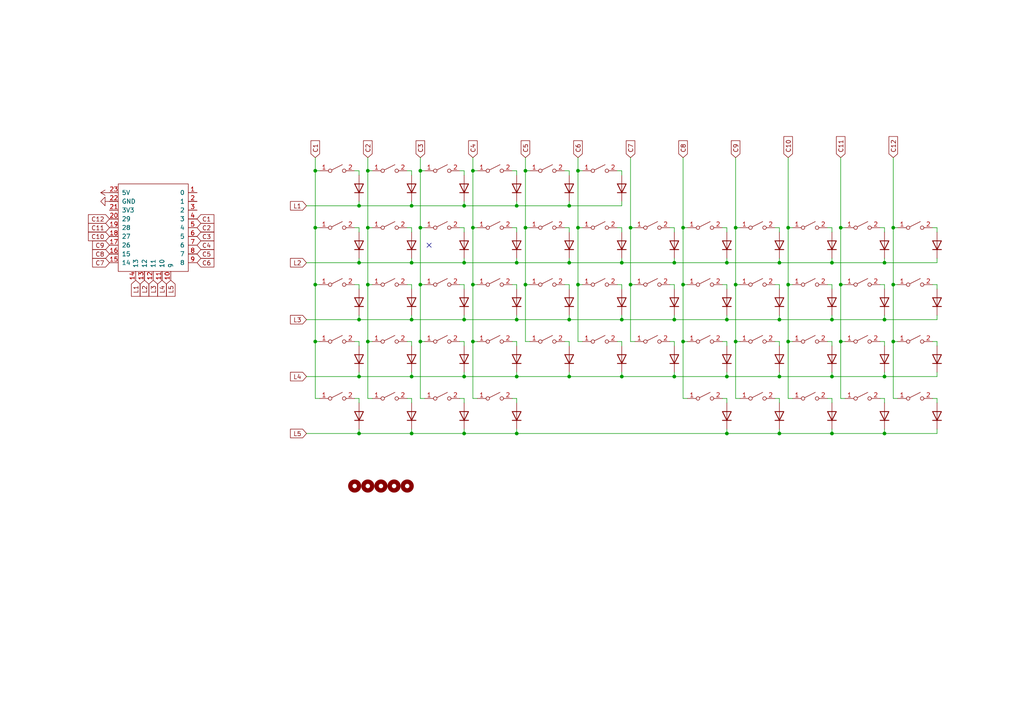
<source format=kicad_sch>
(kicad_sch (version 20211123) (generator eeschema)
  (paper "A4")
  (junction (at 149.86 59.69))
  (junction (at 104.14 59.69))
  (junction (at 119.38 109.22))
  (junction (at 149.86 109.22))
  (junction (at 121.92 82.55))
  (junction (at 121.92 66.04))
  (junction (at 180.34 92.71))
  (junction (at 119.38 125.73))
  (junction (at 134.62 59.69))
  (junction (at 121.92 99.06))
  (junction (at 152.4 82.55))
  (junction (at 182.88 82.55))
  (junction (at 134.62 76.2))
  (junction (at 256.54 92.71))
  (junction (at 241.3 109.22))
  (junction (at 152.4 66.04))
  (junction (at 165.1 76.2))
  (junction (at 119.38 59.69))
  (junction (at 226.06 109.22))
  (junction (at 165.1 59.69))
  (junction (at 119.38 76.2))
  (junction (at 210.82 125.73))
  (junction (at 91.44 99.06))
  (junction (at 167.64 82.55))
  (junction (at 228.6 99.06))
  (junction (at 167.64 49.53))
  (junction (at 198.12 66.04))
  (junction (at 256.54 76.2))
  (junction (at 226.06 92.71))
  (junction (at 213.36 82.55))
  (junction (at 106.68 49.53))
  (junction (at 121.92 49.53))
  (junction (at 243.84 66.04))
  (junction (at 134.62 92.71))
  (junction (at 134.62 109.22))
  (junction (at 241.3 76.2))
  (junction (at 137.16 82.55))
  (junction (at 226.06 125.73))
  (junction (at 243.84 82.55))
  (junction (at 259.08 82.55))
  (junction (at 241.3 92.71))
  (junction (at 241.3 125.73))
  (junction (at 91.44 82.55))
  (junction (at 259.08 66.04))
  (junction (at 228.6 82.55))
  (junction (at 149.86 125.73))
  (junction (at 198.12 99.06))
  (junction (at 195.58 76.2))
  (junction (at 149.86 92.71))
  (junction (at 243.84 99.06))
  (junction (at 104.14 125.73))
  (junction (at 119.38 92.71))
  (junction (at 256.54 109.22))
  (junction (at 165.1 109.22))
  (junction (at 106.68 82.55))
  (junction (at 210.82 76.2))
  (junction (at 213.36 99.06))
  (junction (at 213.36 66.04))
  (junction (at 182.88 66.04))
  (junction (at 195.58 109.22))
  (junction (at 152.4 49.53))
  (junction (at 180.34 76.2))
  (junction (at 228.6 66.04))
  (junction (at 256.54 125.73))
  (junction (at 91.44 49.53))
  (junction (at 106.68 66.04))
  (junction (at 106.68 99.06))
  (junction (at 104.14 76.2))
  (junction (at 104.14 109.22))
  (junction (at 134.62 125.73))
  (junction (at 210.82 92.71))
  (junction (at 137.16 49.53))
  (junction (at 195.58 92.71))
  (junction (at 180.34 109.22))
  (junction (at 259.08 99.06))
  (junction (at 91.44 66.04))
  (junction (at 167.64 66.04))
  (junction (at 104.14 92.71))
  (junction (at 149.86 76.2))
  (junction (at 210.82 109.22))
  (junction (at 137.16 66.04))
  (junction (at 226.06 76.2))
  (junction (at 198.12 82.55))
  (junction (at 137.16 99.06))
  (junction (at 165.1 92.71))
  (no_connect (at 124.46 71.12))
  (wire (pts (xy 240.03 115.57) (xy 241.3 115.57)))
  (wire (pts (xy 241.3 82.55) (xy 241.3 83.82)))
  (wire (pts (xy 213.36 45.72) (xy 213.36 66.04)))
  (wire (pts (xy 180.34 66.04) (xy 180.34 67.31)))
  (wire (pts (xy 91.44 99.06) (xy 91.44 115.57)))
  (wire (pts (xy 182.88 82.55) (xy 184.15 82.55)))
  (wire (pts (xy 104.14 125.73) (xy 119.38 125.73)))
  (wire (pts (xy 180.34 59.69) (xy 180.34 58.42)))
  (wire (pts (xy 118.11 99.06) (xy 119.38 99.06)))
  (wire (pts (xy 102.87 82.55) (xy 104.14 82.55)))
  (wire (pts (xy 224.79 99.06) (xy 226.06 99.06)))
  (wire (pts (xy 243.84 82.55) (xy 245.11 82.55)))
  (wire (pts (xy 167.64 82.55) (xy 167.64 99.06)))
  (wire (pts (xy 228.6 99.06) (xy 229.87 99.06)))
  (wire (pts (xy 119.38 109.22) (xy 134.62 109.22)))
  (wire (pts (xy 259.08 82.55) (xy 260.35 82.55)))
  (wire (pts (xy 259.08 115.57) (xy 260.35 115.57)))
  (wire (pts (xy 119.38 92.71) (xy 134.62 92.71)))
  (wire (pts (xy 226.06 125.73) (xy 241.3 125.73)))
  (wire (pts (xy 119.38 99.06) (xy 119.38 100.33)))
  (wire (pts (xy 226.06 109.22) (xy 226.06 107.95)))
  (wire (pts (xy 180.34 99.06) (xy 180.34 100.33)))
  (wire (pts (xy 243.84 82.55) (xy 243.84 99.06)))
  (wire (pts (xy 241.3 66.04) (xy 241.3 67.31)))
  (wire (pts (xy 167.64 49.53) (xy 168.91 49.53)))
  (wire (pts (xy 121.92 82.55) (xy 121.92 99.06)))
  (wire (pts (xy 271.78 99.06) (xy 271.78 100.33)))
  (wire (pts (xy 210.82 92.71) (xy 226.06 92.71)))
  (wire (pts (xy 134.62 76.2) (xy 134.62 74.93)))
  (wire (pts (xy 210.82 76.2) (xy 226.06 76.2)))
  (wire (pts (xy 255.27 82.55) (xy 256.54 82.55)))
  (wire (pts (xy 165.1 49.53) (xy 165.1 50.8)))
  (wire (pts (xy 228.6 45.72) (xy 228.6 66.04)))
  (wire (pts (xy 209.55 82.55) (xy 210.82 82.55)))
  (wire (pts (xy 91.44 45.72) (xy 91.44 49.53)))
  (wire (pts (xy 148.59 99.06) (xy 149.86 99.06)))
  (wire (pts (xy 152.4 66.04) (xy 153.67 66.04)))
  (wire (pts (xy 226.06 125.73) (xy 226.06 124.46)))
  (wire (pts (xy 134.62 109.22) (xy 134.62 107.95)))
  (wire (pts (xy 167.64 66.04) (xy 167.64 82.55)))
  (wire (pts (xy 119.38 66.04) (xy 119.38 67.31)))
  (wire (pts (xy 106.68 99.06) (xy 107.95 99.06)))
  (wire (pts (xy 195.58 109.22) (xy 210.82 109.22)))
  (wire (pts (xy 243.84 115.57) (xy 245.11 115.57)))
  (wire (pts (xy 149.86 82.55) (xy 149.86 83.82)))
  (wire (pts (xy 165.1 59.69) (xy 180.34 59.69)))
  (wire (pts (xy 195.58 92.71) (xy 195.58 91.44)))
  (wire (pts (xy 210.82 125.73) (xy 210.82 124.46)))
  (wire (pts (xy 241.3 125.73) (xy 256.54 125.73)))
  (wire (pts (xy 133.35 49.53) (xy 134.62 49.53)))
  (wire (pts (xy 149.86 99.06) (xy 149.86 100.33)))
  (wire (pts (xy 210.82 92.71) (xy 210.82 91.44)))
  (wire (pts (xy 118.11 115.57) (xy 119.38 115.57)))
  (wire (pts (xy 213.36 82.55) (xy 214.63 82.55)))
  (wire (pts (xy 228.6 82.55) (xy 229.87 82.55)))
  (wire (pts (xy 195.58 82.55) (xy 195.58 83.82)))
  (wire (pts (xy 104.14 82.55) (xy 104.14 83.82)))
  (wire (pts (xy 119.38 59.69) (xy 134.62 59.69)))
  (wire (pts (xy 165.1 99.06) (xy 165.1 100.33)))
  (wire (pts (xy 137.16 99.06) (xy 138.43 99.06)))
  (wire (pts (xy 134.62 125.73) (xy 149.86 125.73)))
  (wire (pts (xy 210.82 99.06) (xy 210.82 100.33)))
  (wire (pts (xy 228.6 99.06) (xy 228.6 115.57)))
  (wire (pts (xy 165.1 92.71) (xy 180.34 92.71)))
  (wire (pts (xy 104.14 59.69) (xy 104.14 58.42)))
  (wire (pts (xy 179.07 82.55) (xy 180.34 82.55)))
  (wire (pts (xy 163.83 82.55) (xy 165.1 82.55)))
  (wire (pts (xy 209.55 115.57) (xy 210.82 115.57)))
  (wire (pts (xy 119.38 76.2) (xy 134.62 76.2)))
  (wire (pts (xy 179.07 49.53) (xy 180.34 49.53)))
  (wire (pts (xy 180.34 82.55) (xy 180.34 83.82)))
  (wire (pts (xy 270.51 99.06) (xy 271.78 99.06)))
  (wire (pts (xy 149.86 125.73) (xy 210.82 125.73)))
  (wire (pts (xy 104.14 115.57) (xy 104.14 116.84)))
  (wire (pts (xy 241.3 99.06) (xy 241.3 100.33)))
  (wire (pts (xy 241.3 109.22) (xy 241.3 107.95)))
  (wire (pts (xy 149.86 109.22) (xy 149.86 107.95)))
  (wire (pts (xy 195.58 76.2) (xy 210.82 76.2)))
  (wire (pts (xy 91.44 66.04) (xy 91.44 82.55)))
  (wire (pts (xy 259.08 45.72) (xy 259.08 66.04)))
  (wire (pts (xy 91.44 82.55) (xy 92.71 82.55)))
  (wire (pts (xy 106.68 82.55) (xy 107.95 82.55)))
  (wire (pts (xy 119.38 109.22) (xy 119.38 107.95)))
  (wire (pts (xy 163.83 99.06) (xy 165.1 99.06)))
  (wire (pts (xy 226.06 66.04) (xy 226.06 67.31)))
  (wire (pts (xy 88.9 92.71) (xy 104.14 92.71)))
  (wire (pts (xy 165.1 76.2) (xy 180.34 76.2)))
  (wire (pts (xy 210.82 66.04) (xy 210.82 67.31)))
  (wire (pts (xy 226.06 99.06) (xy 226.06 100.33)))
  (wire (pts (xy 271.78 76.2) (xy 271.78 74.93)))
  (wire (pts (xy 106.68 49.53) (xy 107.95 49.53)))
  (wire (pts (xy 121.92 66.04) (xy 123.19 66.04)))
  (wire (pts (xy 198.12 82.55) (xy 199.39 82.55)))
  (wire (pts (xy 256.54 66.04) (xy 256.54 67.31)))
  (wire (pts (xy 256.54 76.2) (xy 271.78 76.2)))
  (wire (pts (xy 137.16 66.04) (xy 138.43 66.04)))
  (wire (pts (xy 148.59 49.53) (xy 149.86 49.53)))
  (wire (pts (xy 243.84 66.04) (xy 243.84 82.55)))
  (wire (pts (xy 137.16 82.55) (xy 137.16 99.06)))
  (wire (pts (xy 121.92 49.53) (xy 123.19 49.53)))
  (wire (pts (xy 256.54 115.57) (xy 256.54 116.84)))
  (wire (pts (xy 180.34 76.2) (xy 180.34 74.93)))
  (wire (pts (xy 104.14 109.22) (xy 119.38 109.22)))
  (wire (pts (xy 104.14 76.2) (xy 104.14 74.93)))
  (wire (pts (xy 270.51 115.57) (xy 271.78 115.57)))
  (wire (pts (xy 134.62 49.53) (xy 134.62 50.8)))
  (wire (pts (xy 213.36 115.57) (xy 214.63 115.57)))
  (wire (pts (xy 104.14 99.06) (xy 104.14 100.33)))
  (wire (pts (xy 152.4 45.72) (xy 152.4 49.53)))
  (wire (pts (xy 271.78 109.22) (xy 271.78 107.95)))
  (wire (pts (xy 182.88 66.04) (xy 182.88 82.55)))
  (wire (pts (xy 210.82 109.22) (xy 210.82 107.95)))
  (wire (pts (xy 224.79 82.55) (xy 226.06 82.55)))
  (wire (pts (xy 134.62 109.22) (xy 149.86 109.22)))
  (wire (pts (xy 167.64 99.06) (xy 168.91 99.06)))
  (wire (pts (xy 228.6 66.04) (xy 229.87 66.04)))
  (wire (pts (xy 224.79 66.04) (xy 226.06 66.04)))
  (wire (pts (xy 104.14 76.2) (xy 119.38 76.2)))
  (wire (pts (xy 133.35 99.06) (xy 134.62 99.06)))
  (wire (pts (xy 243.84 99.06) (xy 243.84 115.57)))
  (wire (pts (xy 165.1 109.22) (xy 165.1 107.95)))
  (wire (pts (xy 226.06 115.57) (xy 226.06 116.84)))
  (wire (pts (xy 152.4 66.04) (xy 152.4 82.55)))
  (wire (pts (xy 210.82 76.2) (xy 210.82 74.93)))
  (wire (pts (xy 195.58 99.06) (xy 195.58 100.33)))
  (wire (pts (xy 104.14 66.04) (xy 104.14 67.31)))
  (wire (pts (xy 149.86 49.53) (xy 149.86 50.8)))
  (wire (pts (xy 255.27 66.04) (xy 256.54 66.04)))
  (wire (pts (xy 256.54 109.22) (xy 271.78 109.22)))
  (wire (pts (xy 106.68 66.04) (xy 106.68 82.55)))
  (wire (pts (xy 134.62 99.06) (xy 134.62 100.33)))
  (wire (pts (xy 198.12 66.04) (xy 199.39 66.04)))
  (wire (pts (xy 134.62 92.71) (xy 149.86 92.71)))
  (wire (pts (xy 241.3 92.71) (xy 241.3 91.44)))
  (wire (pts (xy 198.12 45.72) (xy 198.12 66.04)))
  (wire (pts (xy 118.11 82.55) (xy 119.38 82.55)))
  (wire (pts (xy 210.82 115.57) (xy 210.82 116.84)))
  (wire (pts (xy 180.34 92.71) (xy 180.34 91.44)))
  (wire (pts (xy 152.4 99.06) (xy 153.67 99.06)))
  (wire (pts (xy 163.83 49.53) (xy 165.1 49.53)))
  (wire (pts (xy 165.1 92.71) (xy 165.1 91.44)))
  (wire (pts (xy 102.87 115.57) (xy 104.14 115.57)))
  (wire (pts (xy 149.86 125.73) (xy 149.86 124.46)))
  (wire (pts (xy 88.9 125.73) (xy 104.14 125.73)))
  (wire (pts (xy 149.86 76.2) (xy 165.1 76.2)))
  (wire (pts (xy 226.06 82.55) (xy 226.06 83.82)))
  (wire (pts (xy 119.38 82.55) (xy 119.38 83.82)))
  (wire (pts (xy 240.03 66.04) (xy 241.3 66.04)))
  (wire (pts (xy 213.36 99.06) (xy 214.63 99.06)))
  (wire (pts (xy 119.38 49.53) (xy 119.38 50.8)))
  (wire (pts (xy 167.64 82.55) (xy 168.91 82.55)))
  (wire (pts (xy 91.44 49.53) (xy 91.44 66.04)))
  (wire (pts (xy 106.68 66.04) (xy 107.95 66.04)))
  (wire (pts (xy 241.3 76.2) (xy 256.54 76.2)))
  (wire (pts (xy 119.38 92.71) (xy 119.38 91.44)))
  (wire (pts (xy 148.59 82.55) (xy 149.86 82.55)))
  (wire (pts (xy 148.59 115.57) (xy 149.86 115.57)))
  (wire (pts (xy 88.9 76.2) (xy 104.14 76.2)))
  (wire (pts (xy 179.07 99.06) (xy 180.34 99.06)))
  (wire (pts (xy 121.92 99.06) (xy 123.19 99.06)))
  (wire (pts (xy 259.08 99.06) (xy 259.08 115.57)))
  (wire (pts (xy 256.54 92.71) (xy 256.54 91.44)))
  (wire (pts (xy 259.08 66.04) (xy 259.08 82.55)))
  (wire (pts (xy 195.58 92.71) (xy 210.82 92.71)))
  (wire (pts (xy 259.08 99.06) (xy 260.35 99.06)))
  (wire (pts (xy 121.92 49.53) (xy 121.92 66.04)))
  (wire (pts (xy 243.84 45.72) (xy 243.84 66.04)))
  (wire (pts (xy 224.79 115.57) (xy 226.06 115.57)))
  (wire (pts (xy 210.82 82.55) (xy 210.82 83.82)))
  (wire (pts (xy 106.68 99.06) (xy 106.68 115.57)))
  (wire (pts (xy 152.4 49.53) (xy 153.67 49.53)))
  (wire (pts (xy 148.59 66.04) (xy 149.86 66.04)))
  (wire (pts (xy 179.07 66.04) (xy 180.34 66.04)))
  (wire (pts (xy 91.44 49.53) (xy 92.71 49.53)))
  (wire (pts (xy 133.35 66.04) (xy 134.62 66.04)))
  (wire (pts (xy 256.54 99.06) (xy 256.54 100.33)))
  (wire (pts (xy 198.12 66.04) (xy 198.12 82.55)))
  (wire (pts (xy 226.06 92.71) (xy 226.06 91.44)))
  (wire (pts (xy 228.6 66.04) (xy 228.6 82.55)))
  (wire (pts (xy 241.3 115.57) (xy 241.3 116.84)))
  (wire (pts (xy 256.54 76.2) (xy 256.54 74.93)))
  (wire (pts (xy 180.34 76.2) (xy 195.58 76.2)))
  (wire (pts (xy 243.84 99.06) (xy 245.11 99.06)))
  (wire (pts (xy 104.14 59.69) (xy 119.38 59.69)))
  (wire (pts (xy 182.88 82.55) (xy 182.88 99.06)))
  (wire (pts (xy 106.68 45.72) (xy 106.68 49.53)))
  (wire (pts (xy 255.27 115.57) (xy 256.54 115.57)))
  (wire (pts (xy 198.12 82.55) (xy 198.12 99.06)))
  (wire (pts (xy 213.36 99.06) (xy 213.36 115.57)))
  (wire (pts (xy 194.31 66.04) (xy 195.58 66.04)))
  (wire (pts (xy 137.16 49.53) (xy 137.16 66.04)))
  (wire (pts (xy 228.6 115.57) (xy 229.87 115.57)))
  (wire (pts (xy 134.62 76.2) (xy 149.86 76.2)))
  (wire (pts (xy 152.4 49.53) (xy 152.4 66.04)))
  (wire (pts (xy 134.62 92.71) (xy 134.62 91.44)))
  (wire (pts (xy 133.35 82.55) (xy 134.62 82.55)))
  (wire (pts (xy 149.86 92.71) (xy 149.86 91.44)))
  (wire (pts (xy 102.87 66.04) (xy 104.14 66.04)))
  (wire (pts (xy 102.87 49.53) (xy 104.14 49.53)))
  (wire (pts (xy 163.83 66.04) (xy 165.1 66.04)))
  (wire (pts (xy 271.78 125.73) (xy 271.78 124.46)))
  (wire (pts (xy 137.16 66.04) (xy 137.16 82.55)))
  (wire (pts (xy 152.4 82.55) (xy 152.4 99.06)))
  (wire (pts (xy 180.34 92.71) (xy 195.58 92.71)))
  (wire (pts (xy 88.9 109.22) (xy 104.14 109.22)))
  (wire (pts (xy 134.62 59.69) (xy 149.86 59.69)))
  (wire (pts (xy 106.68 49.53) (xy 106.68 66.04)))
  (wire (pts (xy 226.06 92.71) (xy 241.3 92.71)))
  (wire (pts (xy 182.88 45.72) (xy 182.88 66.04)))
  (wire (pts (xy 121.92 45.72) (xy 121.92 49.53)))
  (wire (pts (xy 119.38 76.2) (xy 119.38 74.93)))
  (wire (pts (xy 210.82 109.22) (xy 226.06 109.22)))
  (wire (pts (xy 119.38 59.69) (xy 119.38 58.42)))
  (wire (pts (xy 121.92 115.57) (xy 123.19 115.57)))
  (wire (pts (xy 91.44 115.57) (xy 92.71 115.57)))
  (wire (pts (xy 137.16 49.53) (xy 138.43 49.53)))
  (wire (pts (xy 149.86 59.69) (xy 149.86 58.42)))
  (wire (pts (xy 226.06 76.2) (xy 226.06 74.93)))
  (wire (pts (xy 241.3 76.2) (xy 241.3 74.93)))
  (wire (pts (xy 194.31 99.06) (xy 195.58 99.06)))
  (wire (pts (xy 213.36 82.55) (xy 213.36 99.06)))
  (wire (pts (xy 137.16 45.72) (xy 137.16 49.53)))
  (wire (pts (xy 134.62 66.04) (xy 134.62 67.31)))
  (wire (pts (xy 198.12 99.06) (xy 198.12 115.57)))
  (wire (pts (xy 241.3 109.22) (xy 256.54 109.22)))
  (wire (pts (xy 165.1 59.69) (xy 165.1 58.42)))
  (wire (pts (xy 121.92 66.04) (xy 121.92 82.55)))
  (wire (pts (xy 134.62 115.57) (xy 134.62 116.84)))
  (wire (pts (xy 226.06 76.2) (xy 241.3 76.2)))
  (wire (pts (xy 240.03 99.06) (xy 241.3 99.06)))
  (wire (pts (xy 271.78 115.57) (xy 271.78 116.84)))
  (wire (pts (xy 256.54 125.73) (xy 256.54 124.46)))
  (wire (pts (xy 91.44 82.55) (xy 91.44 99.06)))
  (wire (pts (xy 133.35 115.57) (xy 134.62 115.57)))
  (wire (pts (xy 88.9 59.69) (xy 104.14 59.69)))
  (wire (pts (xy 213.36 66.04) (xy 213.36 82.55)))
  (wire (pts (xy 91.44 66.04) (xy 92.71 66.04)))
  (wire (pts (xy 104.14 49.53) (xy 104.14 50.8)))
  (wire (pts (xy 256.54 109.22) (xy 256.54 107.95)))
  (wire (pts (xy 195.58 76.2) (xy 195.58 74.93)))
  (wire (pts (xy 152.4 82.55) (xy 153.67 82.55)))
  (wire (pts (xy 180.34 109.22) (xy 195.58 109.22)))
  (wire (pts (xy 134.62 59.69) (xy 134.62 58.42)))
  (wire (pts (xy 104.14 125.73) (xy 104.14 124.46)))
  (wire (pts (xy 271.78 66.04) (xy 271.78 67.31)))
  (wire (pts (xy 121.92 82.55) (xy 123.19 82.55)))
  (wire (pts (xy 104.14 92.71) (xy 104.14 91.44)))
  (wire (pts (xy 165.1 82.55) (xy 165.1 83.82)))
  (wire (pts (xy 210.82 125.73) (xy 226.06 125.73)))
  (wire (pts (xy 104.14 92.71) (xy 119.38 92.71)))
  (wire (pts (xy 149.86 76.2) (xy 149.86 74.93)))
  (wire (pts (xy 104.14 109.22) (xy 104.14 107.95)))
  (wire (pts (xy 134.62 125.73) (xy 134.62 124.46)))
  (wire (pts (xy 180.34 49.53) (xy 180.34 50.8)))
  (wire (pts (xy 256.54 82.55) (xy 256.54 83.82)))
  (wire (pts (xy 271.78 82.55) (xy 271.78 83.82)))
  (wire (pts (xy 226.06 109.22) (xy 241.3 109.22)))
  (wire (pts (xy 149.86 59.69) (xy 165.1 59.69)))
  (wire (pts (xy 270.51 82.55) (xy 271.78 82.55)))
  (wire (pts (xy 165.1 109.22) (xy 180.34 109.22)))
  (wire (pts (xy 243.84 66.04) (xy 245.11 66.04)))
  (wire (pts (xy 91.44 99.06) (xy 92.71 99.06)))
  (wire (pts (xy 182.88 66.04) (xy 184.15 66.04)))
  (wire (pts (xy 180.34 109.22) (xy 180.34 107.95)))
  (wire (pts (xy 182.88 99.06) (xy 184.15 99.06)))
  (wire (pts (xy 271.78 92.71) (xy 271.78 91.44)))
  (wire (pts (xy 241.3 125.73) (xy 241.3 124.46)))
  (wire (pts (xy 121.92 99.06) (xy 121.92 115.57)))
  (wire (pts (xy 195.58 66.04) (xy 195.58 67.31)))
  (wire (pts (xy 228.6 82.55) (xy 228.6 99.06)))
  (wire (pts (xy 106.68 82.55) (xy 106.68 99.06)))
  (wire (pts (xy 165.1 76.2) (xy 165.1 74.93)))
  (wire (pts (xy 118.11 66.04) (xy 119.38 66.04)))
  (wire (pts (xy 149.86 92.71) (xy 165.1 92.71)))
  (wire (pts (xy 137.16 115.57) (xy 138.43 115.57)))
  (wire (pts (xy 198.12 115.57) (xy 199.39 115.57)))
  (wire (pts (xy 118.11 49.53) (xy 119.38 49.53)))
  (wire (pts (xy 270.51 66.04) (xy 271.78 66.04)))
  (wire (pts (xy 137.16 99.06) (xy 137.16 115.57)))
  (wire (pts (xy 106.68 115.57) (xy 107.95 115.57)))
  (wire (pts (xy 194.31 82.55) (xy 195.58 82.55)))
  (wire (pts (xy 149.86 66.04) (xy 149.86 67.31)))
  (wire (pts (xy 149.86 109.22) (xy 165.1 109.22)))
  (wire (pts (xy 256.54 125.73) (xy 271.78 125.73)))
  (wire (pts (xy 195.58 109.22) (xy 195.58 107.95)))
  (wire (pts (xy 256.54 92.71) (xy 271.78 92.71)))
  (wire (pts (xy 165.1 66.04) (xy 165.1 67.31)))
  (wire (pts (xy 149.86 115.57) (xy 149.86 116.84)))
  (wire (pts (xy 259.08 66.04) (xy 260.35 66.04)))
  (wire (pts (xy 119.38 125.73) (xy 134.62 125.73)))
  (wire (pts (xy 213.36 66.04) (xy 214.63 66.04)))
  (wire (pts (xy 102.87 99.06) (xy 104.14 99.06)))
  (wire (pts (xy 198.12 99.06) (xy 199.39 99.06)))
  (wire (pts (xy 119.38 125.73) (xy 119.38 124.46)))
  (wire (pts (xy 209.55 66.04) (xy 210.82 66.04)))
  (wire (pts (xy 255.27 99.06) (xy 256.54 99.06)))
  (wire (pts (xy 259.08 82.55) (xy 259.08 99.06)))
  (wire (pts (xy 209.55 99.06) (xy 210.82 99.06)))
  (wire (pts (xy 167.64 45.72) (xy 167.64 49.53)))
  (wire (pts (xy 167.64 66.04) (xy 168.91 66.04)))
  (wire (pts (xy 167.64 49.53) (xy 167.64 66.04)))
  (wire (pts (xy 241.3 92.71) (xy 256.54 92.71)))
  (wire (pts (xy 137.16 82.55) (xy 138.43 82.55)))
  (wire (pts (xy 134.62 82.55) (xy 134.62 83.82)))
  (wire (pts (xy 240.03 82.55) (xy 241.3 82.55)))
  (wire (pts (xy 119.38 115.57) (xy 119.38 116.84)))
  (global_label "C2" (shape input) (at 57.15 66.04 0) (property "Références Inter-Feuilles" "${INTERSHEET_REFS}" (effects hide)))
  (global_label "C5" (shape input) (at 152.4 45.72 90) (property "Références Inter-Feuilles" "${INTERSHEET_REFS}" (effects hide)))
  (global_label "L3" (shape input) (at 88.9 92.71 180) (property "Références Inter-Feuilles" "${INTERSHEET_REFS}" (effects hide)))
  (global_label "C6" (shape input) (at 57.15 76.2 0) (property "Références Inter-Feuilles" "${INTERSHEET_REFS}" (effects hide)))
  (global_label "L4" (shape input) (at 46.99 81.28 270) (property "Références Inter-Feuilles" "${INTERSHEET_REFS}" (effects hide)))
  (global_label "C8" (shape input) (at 31.75 73.66 180) (property "Références Inter-Feuilles" "${INTERSHEET_REFS}" (effects hide)))
  (global_label "C10" (shape input) (at 228.6 45.72 90) (property "Références Inter-Feuilles" "${INTERSHEET_REFS}" (effects hide)))
  (global_label "C9" (shape input) (at 213.36 45.72 90) (property "Références Inter-Feuilles" "${INTERSHEET_REFS}" (effects hide)))
  (global_label "L5" (shape input) (at 88.9 125.73 180) (property "Références Inter-Feuilles" "${INTERSHEET_REFS}" (effects hide)))
  (global_label "C11" (shape input) (at 243.84 45.72 90) (property "Références Inter-Feuilles" "${INTERSHEET_REFS}" (effects hide)))
  (global_label "L1" (shape input) (at 88.9 59.69 180) (property "Références Inter-Feuilles" "${INTERSHEET_REFS}" (effects hide)))
  (global_label "L3" (shape input) (at 44.45 81.28 270) (property "Références Inter-Feuilles" "${INTERSHEET_REFS}" (effects hide)))
  (global_label "C9" (shape input) (at 31.75 71.12 180) (property "Références Inter-Feuilles" "${INTERSHEET_REFS}" (effects hide)))
  (global_label "C5" (shape input) (at 57.15 73.66 0) (property "Références Inter-Feuilles" "${INTERSHEET_REFS}" (effects hide)))
  (global_label "L1" (shape input) (at 39.37 81.28 270) (property "Références Inter-Feuilles" "${INTERSHEET_REFS}" (effects hide)))
  (global_label "C7" (shape input) (at 31.75 76.2 180) (property "Références Inter-Feuilles" "${INTERSHEET_REFS}" (effects hide)))
  (global_label "C1" (shape input) (at 91.44 45.72 90) (property "Références Inter-Feuilles" "${INTERSHEET_REFS}" (effects hide)))
  (global_label "C4" (shape input) (at 137.16 45.72 90) (property "Références Inter-Feuilles" "${INTERSHEET_REFS}" (effects hide)))
  (global_label "C2" (shape input) (at 106.68 45.72 90) (property "Références Inter-Feuilles" "${INTERSHEET_REFS}" (effects hide)))
  (global_label "C3" (shape input) (at 121.92 45.72 90) (property "Références Inter-Feuilles" "${INTERSHEET_REFS}" (effects hide)))
  (global_label "C12" (shape input) (at 259.08 45.72 90) (property "Références Inter-Feuilles" "${INTERSHEET_REFS}" (effects hide)))
  (global_label "C1" (shape input) (at 57.15 63.5 0) (property "Références Inter-Feuilles" "${INTERSHEET_REFS}" (effects hide)))
  (global_label "C3" (shape input) (at 57.15 68.58 0) (property "Références Inter-Feuilles" "${INTERSHEET_REFS}" (effects hide)))
  (global_label "C4" (shape input) (at 57.15 71.12 0) (property "Références Inter-Feuilles" "${INTERSHEET_REFS}" (effects hide)))
  (global_label "C6" (shape input) (at 167.64 45.72 90) (property "Références Inter-Feuilles" "${INTERSHEET_REFS}" (effects hide)))
  (global_label "C8" (shape input) (at 198.12 45.72 90) (property "Références Inter-Feuilles" "${INTERSHEET_REFS}" (effects hide)))
  (global_label "C12" (shape input) (at 31.75 63.5 180) (property "Références Inter-Feuilles" "${INTERSHEET_REFS}" (effects hide)))
  (global_label "C10" (shape input) (at 31.75 68.58 180) (property "Références Inter-Feuilles" "${INTERSHEET_REFS}" (effects hide)))
  (global_label "C11" (shape input) (at 31.75 66.04 180) (property "Références Inter-Feuilles" "${INTERSHEET_REFS}" (effects hide)))
  (global_label "L2" (shape input) (at 41.91 81.28 270) (property "Références Inter-Feuilles" "${INTERSHEET_REFS}" (effects hide)))
  (global_label "L5" (shape input) (at 49.53 81.28 270) (property "Références Inter-Feuilles" "${INTERSHEET_REFS}" (effects hide)))
  (global_label "L2" (shape input) (at 88.9 76.2 180) (property "Références Inter-Feuilles" "${INTERSHEET_REFS}" (effects hide)))
  (global_label "L4" (shape input) (at 88.9 109.22 180) (property "Références Inter-Feuilles" "${INTERSHEET_REFS}" (effects hide)))
  (global_label "C7" (shape input) (at 182.88 45.72 90) (property "Références Inter-Feuilles" "${INTERSHEET_REFS}" (effects hide)))
  (symbol (lib_id "Mechanical:MountingHole") (at 110.49 140.97 0) (unit 1)
    (property "Reference" "H3" (effects hide))
    (property "Value" "MountingHole" (effects hide))
    (property "Footprint" "MountingHole:MountingHole_2.2mm_M2" (effects hide))
  )
  (symbol (lib_id "Diode:1N4148") (at 134.62 54.61 90) (unit 1)
    (property "Reference" "D3" (effects hide))
    (property "Value" "1N4148" (effects hide))
    (property "Footprint" "Diode_THT:D_DO-35_SOD27_P7.62mm_Horizontal" (effects hide))
    (property "Datasheet" "https://assets.nexperia.com/documents/data-sheet/1N4148_1N4448.pdf" (effects hide))
  )
  (symbol (lib_id "Diode:1N4148") (at 226.06 104.14 90) (unit 1)
    (property "Reference" "D39" (effects hide))
    (property "Value" "1N4148" (effects hide))
    (property "Footprint" "Diode_THT:D_DO-35_SOD27_P7.62mm_Horizontal" (effects hide))
    (property "Datasheet" "https://assets.nexperia.com/documents/data-sheet/1N4148_1N4448.pdf" (effects hide))
  )
  (symbol (lib_id "Switch:SW_SPST") (at 204.47 66.04 0) (unit 1)
    (property "Reference" "SW14" (effects hide))
    (property "Value" "SW_SPST" (effects hide))
    (property "Footprint" "Button_Switch_Keyboard:SW_Cherry_MX_1.00u_PCB" (effects hide))
  )
  (symbol (lib_id "Diode:1N4148") (at 180.34 87.63 90) (unit 1)
    (property "Reference" "D24" (effects hide))
    (property "Value" "1N4148" (effects hide))
    (property "Footprint" "Diode_THT:D_DO-35_SOD27_P7.62mm_Horizontal" (effects hide))
    (property "Datasheet" "https://assets.nexperia.com/documents/data-sheet/1N4148_1N4448.pdf" (effects hide))
  )
  (symbol (lib_id "Diode:1N4148") (at 134.62 87.63 90) (unit 1)
    (property "Reference" "D21" (effects hide))
    (property "Value" "1N4148" (effects hide))
    (property "Footprint" "Diode_THT:D_DO-35_SOD27_P7.62mm_Horizontal" (effects hide))
    (property "Datasheet" "https://assets.nexperia.com/documents/data-sheet/1N4148_1N4448.pdf" (effects hide))
  )
  (symbol (lib_id "Switch:SW_SPST") (at 265.43 82.55 0) (unit 1)
    (property "Reference" "SW30" (effects hide))
    (property "Value" "SW_SPST" (effects hide))
    (property "Footprint" "Button_Switch_Keyboard:SW_Cherry_MX_1.50u_PCB" (effects hide))
  )
  (symbol (lib_id "Diode:1N4148") (at 226.06 120.65 90) (unit 1)
    (property "Reference" "D48" (effects hide))
    (property "Value" "1N4148" (effects hide))
    (property "Footprint" "Diode_THT:D_DO-35_SOD27_P7.62mm_Horizontal" (effects hide))
    (property "Datasheet" "https://assets.nexperia.com/documents/data-sheet/1N4148_1N4448.pdf" (effects hide))
  )
  (symbol (lib_id "Switch:SW_SPST") (at 234.95 115.57 0) (unit 1)
    (property "Reference" "SW49" (effects hide))
    (property "Value" "SW_SPST" (effects hide))
    (property "Footprint" "Button_Switch_Keyboard:SW_Cherry_MX_1.00u_PCB" (effects hide))
  )
  (symbol (lib_id "Switch:SW_SPST") (at 173.99 99.06 0) (unit 1)
    (property "Reference" "SW36" (effects hide))
    (property "Value" "SW_SPST" (effects hide))
    (property "Footprint" "Button_Switch_Keyboard:SW_Cherry_MX_1.00u_PCB" (effects hide))
  )
  (symbol (lib_id "Diode:1N4148") (at 134.62 71.12 90) (unit 1)
    (property "Reference" "D9" (effects hide))
    (property "Value" "1N4148" (effects hide))
    (property "Footprint" "Diode_THT:D_DO-35_SOD27_P7.62mm_Horizontal" (effects hide))
    (property "Datasheet" "https://assets.nexperia.com/documents/data-sheet/1N4148_1N4448.pdf" (effects hide))
  )
  (symbol (lib_id "Switch:SW_SPST") (at 128.27 49.53 0) (unit 1)
    (property "Reference" "SW3" (effects hide))
    (property "Value" "SW_SPST" (effects hide))
    (property "Footprint" "Button_Switch_Keyboard:SW_Cherry_MX_1.00u_PCB" (effects hide))
  )
  (symbol (lib_id "Diode:1N4148") (at 149.86 87.63 90) (unit 1)
    (property "Reference" "D22" (effects hide))
    (property "Value" "1N4148" (effects hide))
    (property "Footprint" "Diode_THT:D_DO-35_SOD27_P7.62mm_Horizontal" (effects hide))
    (property "Datasheet" "https://assets.nexperia.com/documents/data-sheet/1N4148_1N4448.pdf" (effects hide))
  )
  (symbol (lib_id "Diode:1N4148") (at 195.58 87.63 90) (unit 1)
    (property "Reference" "D25" (effects hide))
    (property "Value" "1N4148" (effects hide))
    (property "Footprint" "Diode_THT:D_DO-35_SOD27_P7.62mm_Horizontal" (effects hide))
    (property "Datasheet" "https://assets.nexperia.com/documents/data-sheet/1N4148_1N4448.pdf" (effects hide))
  )
  (symbol (lib_id "Mechanical:MountingHole") (at 118.11 140.97 0) (unit 1)
    (property "Reference" "H5" (effects hide))
    (property "Value" "MountingHole" (effects hide))
    (property "Footprint" "MountingHole:MountingHole_2.2mm_M2" (effects hide))
  )
  (symbol (lib_id "Diode:1N4148") (at 256.54 120.65 90) (unit 1)
    (property "Reference" "D50" (effects hide))
    (property "Value" "1N4148" (effects hide))
    (property "Footprint" "Diode_THT:D_DO-35_SOD27_P7.62mm_Horizontal" (effects hide))
    (property "Datasheet" "https://assets.nexperia.com/documents/data-sheet/1N4148_1N4448.pdf" (effects hide))
  )
  (symbol (lib_id "Diode:1N4148") (at 165.1 87.63 90) (unit 1)
    (property "Reference" "D23" (effects hide))
    (property "Value" "1N4148" (effects hide))
    (property "Footprint" "Diode_THT:D_DO-35_SOD27_P7.62mm_Horizontal" (effects hide))
    (property "Datasheet" "https://assets.nexperia.com/documents/data-sheet/1N4148_1N4448.pdf" (effects hide))
  )
  (symbol (lib_id "power:GND") (at 31.75 58.42 270) (unit 1)
    (property "Reference" "#PWR02" (effects hide))
    (property "Value" "GND" (effects hide))
  )
  (symbol (lib_id "Diode:1N4148") (at 149.86 104.14 90) (unit 1)
    (property "Reference" "D34" (effects hide))
    (property "Value" "1N4148" (effects hide))
    (property "Footprint" "Diode_THT:D_DO-35_SOD27_P7.62mm_Horizontal" (effects hide))
    (property "Datasheet" "https://assets.nexperia.com/documents/data-sheet/1N4148_1N4448.pdf" (effects hide))
  )
  (symbol (lib_id "Diode:1N4148") (at 165.1 71.12 90) (unit 1)
    (property "Reference" "D11" (effects hide))
    (property "Value" "1N4148" (effects hide))
    (property "Footprint" "Diode_THT:D_DO-35_SOD27_P7.62mm_Horizontal" (effects hide))
    (property "Datasheet" "https://assets.nexperia.com/documents/data-sheet/1N4148_1N4448.pdf" (effects hide))
  )
  (symbol (lib_id "Switch:SW_SPST") (at 204.47 82.55 0) (unit 1)
    (property "Reference" "SW26" (effects hide))
    (property "Value" "SW_SPST" (effects hide))
    (property "Footprint" "Button_Switch_Keyboard:SW_Cherry_MX_1.00u_PCB" (effects hide))
  )
  (symbol (lib_id "Switch:SW_SPST") (at 128.27 82.55 0) (unit 1)
    (property "Reference" "SW21" (effects hide))
    (property "Value" "SW_SPST" (effects hide))
    (property "Footprint" "Button_Switch_Keyboard:SW_Cherry_MX_1.00u_PCB" (effects hide))
  )
  (symbol (lib_id "Switch:SW_SPST") (at 113.03 66.04 0) (unit 1)
    (property "Reference" "SW8" (effects hide))
    (property "Value" "SW_SPST" (effects hide))
    (property "Footprint" "Button_Switch_Keyboard:SW_Cherry_MX_1.00u_PCB" (effects hide))
  )
  (symbol (lib_id "Diode:1N4148") (at 271.78 104.14 90) (unit 1)
    (property "Reference" "D42" (effects hide))
    (property "Value" "1N4148" (effects hide))
    (property "Footprint" "Diode_THT:D_DO-35_SOD27_P7.62mm_Horizontal" (effects hide))
    (property "Datasheet" "https://assets.nexperia.com/documents/data-sheet/1N4148_1N4448.pdf" (effects hide))
  )
  (symbol (lib_id "Switch:SW_SPST") (at 143.51 99.06 0) (unit 1)
    (property "Reference" "SW34" (effects hide))
    (property "Value" "SW_SPST" (effects hide))
    (property "Footprint" "Button_Switch_Keyboard:SW_Cherry_MX_1.00u_PCB" (effects hide))
  )
  (symbol (lib_id "Diode:1N4148") (at 271.78 87.63 90) (unit 1)
    (property "Reference" "D30" (effects hide))
    (property "Value" "1N4148" (effects hide))
    (property "Footprint" "Diode_THT:D_DO-35_SOD27_P7.62mm_Horizontal" (effects hide))
    (property "Datasheet" "https://assets.nexperia.com/documents/data-sheet/1N4148_1N4448.pdf" (effects hide))
  )
  (symbol (lib_id "Diode:1N4148") (at 149.86 120.65 90) (unit 1)
    (property "Reference" "D46" (effects hide))
    (property "Value" "1N4148" (effects hide))
    (property "Footprint" "Diode_THT:D_DO-35_SOD27_P7.62mm_Horizontal" (effects hide))
    (property "Datasheet" "https://assets.nexperia.com/documents/data-sheet/1N4148_1N4448.pdf" (effects hide))
  )
  (symbol (lib_id "Switch:SW_SPST") (at 128.27 99.06 0) (unit 1)
    (property "Reference" "SW33" (effects hide))
    (property "Value" "SW_SPST" (effects hide))
    (property "Footprint" "Button_Switch_Keyboard:SW_Cherry_MX_1.00u_PCB" (effects hide))
  )
  (symbol (lib_id "Switch:SW_SPST") (at 265.43 99.06 0) (unit 1)
    (property "Reference" "SW42" (effects hide))
    (property "Value" "SW_SPST" (effects hide))
    (property "Footprint" "Button_Switch_Keyboard:SW_Cherry_MX_1.00u_PCB" (effects hide))
  )
  (symbol (lib_id "Switch:SW_SPST") (at 219.71 66.04 0) (unit 1)
    (property "Reference" "SW15" (effects hide))
    (property "Value" "SW_SPST" (effects hide))
    (property "Footprint" "Button_Switch_Keyboard:SW_Cherry_MX_1.00u_PCB" (effects hide))
  )
  (symbol (lib_id "Switch:SW_SPST") (at 173.99 66.04 0) (unit 1)
    (property "Reference" "SW12" (effects hide))
    (property "Value" "SW_SPST" (effects hide))
    (property "Footprint" "Button_Switch_Keyboard:SW_Cherry_MX_1.00u_PCB" (effects hide))
  )
  (symbol (lib_id "Diode:1N4148") (at 210.82 104.14 90) (unit 1)
    (property "Reference" "D38" (effects hide))
    (property "Value" "1N4148" (effects hide))
    (property "Footprint" "Diode_THT:D_DO-35_SOD27_P7.62mm_Horizontal" (effects hide))
    (property "Datasheet" "https://assets.nexperia.com/documents/data-sheet/1N4148_1N4448.pdf" (effects hide))
  )
  (symbol (lib_id "Diode:1N4148") (at 180.34 104.14 90) (unit 1)
    (property "Reference" "D36" (effects hide))
    (property "Value" "1N4148" (effects hide))
    (property "Footprint" "Diode_THT:D_DO-35_SOD27_P7.62mm_Horizontal" (effects hide))
    (property "Datasheet" "https://assets.nexperia.com/documents/data-sheet/1N4148_1N4448.pdf" (effects hide))
  )
  (symbol (lib_id "Diode:1N4148") (at 149.86 54.61 90) (unit 1)
    (property "Reference" "D4" (effects hide))
    (property "Value" "1N4148" (effects hide))
    (property "Footprint" "Diode_THT:D_DO-35_SOD27_P7.62mm_Horizontal" (effects hide))
    (property "Datasheet" "https://assets.nexperia.com/documents/data-sheet/1N4148_1N4448.pdf" (effects hide))
  )
  (symbol (lib_id "Diode:1N4148") (at 256.54 104.14 90) (unit 1)
    (property "Reference" "D41" (effects hide))
    (property "Value" "1N4148" (effects hide))
    (property "Footprint" "Diode_THT:D_DO-35_SOD27_P7.62mm_Horizontal" (effects hide))
    (property "Datasheet" "https://assets.nexperia.com/documents/data-sheet/1N4148_1N4448.pdf" (effects hide))
  )
  (symbol (lib_id "Switch:SW_SPST") (at 173.99 82.55 0) (unit 1)
    (property "Reference" "SW24" (effects hide))
    (property "Value" "SW_SPST" (effects hide))
    (property "Footprint" "Button_Switch_Keyboard:SW_Cherry_MX_1.00u_PCB" (effects hide))
  )
  (symbol (lib_id "Switch:SW_SPST") (at 234.95 82.55 0) (unit 1)
    (property "Reference" "SW28" (effects hide))
    (property "Value" "SW_SPST" (effects hide))
    (property "Footprint" "Button_Switch_Keyboard:SW_Cherry_MX_1.00u_PCB" (effects hide))
  )
  (symbol (lib_id "Diode:1N4148") (at 256.54 71.12 90) (unit 1)
    (property "Reference" "D17" (effects hide))
    (property "Value" "1N4148" (effects hide))
    (property "Footprint" "Diode_THT:D_DO-35_SOD27_P7.62mm_Horizontal" (effects hide))
    (property "Datasheet" "https://assets.nexperia.com/documents/data-sheet/1N4148_1N4448.pdf" (effects hide))
  )
  (symbol (lib_id "Diode:1N4148") (at 226.06 71.12 90) (unit 1)
    (property "Reference" "D15" (effects hide))
    (property "Value" "1N4148" (effects hide))
    (property "Footprint" "Diode_THT:D_DO-35_SOD27_P7.62mm_Horizontal" (effects hide))
    (property "Datasheet" "https://assets.nexperia.com/documents/data-sheet/1N4148_1N4448.pdf" (effects hide))
  )
  (symbol (lib_id "Switch:SW_SPST") (at 265.43 66.04 0) (unit 1)
    (property "Reference" "SW18" (effects hide))
    (property "Value" "SW_SPST" (effects hide))
    (property "Footprint" "Button_Switch_Keyboard:SW_Cherry_MX_1.75u_PCB" (effects hide))
  )
  (symbol (lib_id "Diode:1N4148") (at 241.3 87.63 90) (unit 1)
    (property "Reference" "D28" (effects hide))
    (property "Value" "1N4148" (effects hide))
    (property "Footprint" "Diode_THT:D_DO-35_SOD27_P7.62mm_Horizontal" (effects hide))
    (property "Datasheet" "https://assets.nexperia.com/documents/data-sheet/1N4148_1N4448.pdf" (effects hide))
  )
  (symbol (lib_id "Diode:1N4148") (at 195.58 104.14 90) (unit 1)
    (property "Reference" "D37" (effects hide))
    (property "Value" "1N4148" (effects hide))
    (property "Footprint" "Diode_THT:D_DO-35_SOD27_P7.62mm_Horizontal" (effects hide))
    (property "Datasheet" "https://assets.nexperia.com/documents/data-sheet/1N4148_1N4448.pdf" (effects hide))
  )
  (symbol (lib_id "Switch:SW_SPST") (at 219.71 115.57 0) (unit 1)
    (property "Reference" "SW48" (effects hide))
    (property "Value" "SW_SPST" (effects hide))
    (property "Footprint" "Button_Switch_Keyboard:SW_Cherry_MX_1.25u_PCB" (effects hide))
  )
  (symbol (lib_id "Diode:1N4148") (at 195.58 71.12 90) (unit 1)
    (property "Reference" "D13" (effects hide))
    (property "Value" "1N4148" (effects hide))
    (property "Footprint" "Diode_THT:D_DO-35_SOD27_P7.62mm_Horizontal" (effects hide))
    (property "Datasheet" "https://assets.nexperia.com/documents/data-sheet/1N4148_1N4448.pdf" (effects hide))
  )
  (symbol (lib_id "Switch:SW_SPST") (at 128.27 66.04 0) (unit 1)
    (property "Reference" "SW9" (effects hide))
    (property "Value" "SW_SPST" (effects hide))
    (property "Footprint" "Button_Switch_Keyboard:SW_Cherry_MX_1.00u_PCB" (effects hide))
  )
  (symbol (lib_id "Switch:SW_SPST") (at 97.79 99.06 0) (unit 1)
    (property "Reference" "SW31" (effects hide))
    (property "Value" "SW_SPST" (effects hide))
    (property "Footprint" "Button_Switch_Keyboard:SW_Cherry_MX_1.75u_PCB" (effects hide))
  )
  (symbol (lib_id "Switch:SW_SPST") (at 97.79 115.57 0) (unit 1)
    (property "Reference" "SW43" (effects hide))
    (property "Value" "SW_SPST" (effects hide))
    (property "Footprint" "Button_Switch_Keyboard:SW_Cherry_MX_1.25u_PCB" (effects hide))
  )
  (symbol (lib_id "Switch:SW_SPST") (at 97.79 66.04 0) (unit 1)
    (property "Reference" "SW7" (effects hide))
    (property "Value" "SW_SPST" (effects hide))
    (property "Footprint" "Button_Switch_Keyboard:SW_Cherry_MX_1.00u_PCB" (effects hide))
  )
  (symbol (lib_id "Diode:1N4148") (at 165.1 54.61 90) (unit 1)
    (property "Reference" "D5" (effects hide))
    (property "Value" "1N4148" (effects hide))
    (property "Footprint" "Diode_THT:D_DO-35_SOD27_P7.62mm_Horizontal" (effects hide))
    (property "Datasheet" "https://assets.nexperia.com/documents/data-sheet/1N4148_1N4448.pdf" (effects hide))
  )
  (symbol (lib_id "power:VCC") (at 31.75 55.88 90) (unit 1)
    (property "Reference" "#PWR01" (effects hide))
    (property "Value" "VCC" (effects hide))
  )
  (symbol (lib_id "Switch:SW_SPST") (at 113.03 99.06 0) (unit 1)
    (property "Reference" "SW32" (effects hide))
    (property "Value" "SW_SPST" (effects hide))
    (property "Footprint" "Button_Switch_Keyboard:SW_Cherry_MX_1.00u_PCB" (effects hide))
  )
  (symbol (lib_id "Switch:SW_SPST") (at 128.27 115.57 0) (unit 1)
    (property "Reference" "SW45" (effects hide))
    (property "Value" "SW_SPST" (effects hide))
    (property "Footprint" "Button_Switch_Keyboard:SW_Cherry_MX_1.25u_PCB" (effects hide))
  )
  (symbol (lib_id "_mcu:rp2040-zero") (at 44.45 64.77 0) (unit 1)
    (property "Reference" "U1" (effects hide))
    (property "Value" "rp2040-zero" (effects hide))
    (property "Footprint" "_mcu:rp2040-zero-tht" (effects hide))
    (property "Reference_1" "U" (effects hide))
    (property "Value_1" "rp2040-zero" (effects hide))
  )
  (symbol (lib_id "Diode:1N4148") (at 104.14 120.65 90) (unit 1)
    (property "Reference" "D43" (effects hide))
    (property "Value" "1N4148" (effects hide))
    (property "Footprint" "Diode_THT:D_DO-35_SOD27_P7.62mm_Horizontal" (effects hide))
    (property "Datasheet" "https://assets.nexperia.com/documents/data-sheet/1N4148_1N4448.pdf" (effects hide))
  )
  (symbol (lib_id "Switch:SW_SPST") (at 173.99 49.53 0) (unit 1)
    (property "Reference" "SW6" (effects hide))
    (property "Value" "SW_SPST" (effects hide))
    (property "Footprint" "Button_Switch_Keyboard:SW_Cherry_MX_1.00u_PCB" (effects hide))
  )
  (symbol (lib_id "Diode:1N4148") (at 119.38 71.12 90) (unit 1)
    (property "Reference" "D8" (effects hide))
    (property "Value" "1N4148" (effects hide))
    (property "Footprint" "Diode_THT:D_DO-35_SOD27_P7.62mm_Horizontal" (effects hide))
    (property "Datasheet" "https://assets.nexperia.com/documents/data-sheet/1N4148_1N4448.pdf" (effects hide))
  )
  (symbol (lib_id "Switch:SW_SPST") (at 189.23 66.04 0) (unit 1)
    (property "Reference" "SW13" (effects hide))
    (property "Value" "SW_SPST" (effects hide))
    (property "Footprint" "Button_Switch_Keyboard:SW_Cherry_MX_1.00u_PCB" (effects hide))
  )
  (symbol (lib_id "Switch:SW_SPST") (at 143.51 66.04 0) (unit 1)
    (property "Reference" "SW10" (effects hide))
    (property "Value" "SW_SPST" (effects hide))
    (property "Footprint" "Button_Switch_Keyboard:SW_Cherry_MX_1.00u_PCB" (effects hide))
  )
  (symbol (lib_id "Switch:SW_SPST") (at 250.19 99.06 0) (unit 1)
    (property "Reference" "SW41" (effects hide))
    (property "Value" "SW_SPST" (effects hide))
    (property "Footprint" "Button_Switch_Keyboard:SW_Cherry_MX_1.00u_PCB" (effects hide))
  )
  (symbol (lib_id "Diode:1N4148") (at 210.82 120.65 90) (unit 1)
    (property "Reference" "D47" (effects hide))
    (property "Value" "1N4148" (effects hide))
    (property "Footprint" "Diode_THT:D_DO-35_SOD27_P7.62mm_Horizontal" (effects hide))
    (property "Datasheet" "https://assets.nexperia.com/documents/data-sheet/1N4148_1N4448.pdf" (effects hide))
  )
  (symbol (lib_id "Diode:1N4148") (at 210.82 71.12 90) (unit 1)
    (property "Reference" "D14" (effects hide))
    (property "Value" "1N4148" (effects hide))
    (property "Footprint" "Diode_THT:D_DO-35_SOD27_P7.62mm_Horizontal" (effects hide))
    (property "Datasheet" "https://assets.nexperia.com/documents/data-sheet/1N4148_1N4448.pdf" (effects hide))
  )
  (symbol (lib_id "Diode:1N4148") (at 180.34 54.61 90) (unit 1)
    (property "Reference" "D6" (effects hide))
    (property "Value" "1N4148" (effects hide))
    (property "Footprint" "Diode_THT:D_DO-35_SOD27_P7.62mm_Horizontal" (effects hide))
    (property "Datasheet" "https://assets.nexperia.com/documents/data-sheet/1N4148_1N4448.pdf" (effects hide))
  )
  (symbol (lib_id "Diode:1N4148") (at 241.3 120.65 90) (unit 1)
    (property "Reference" "D49" (effects hide))
    (property "Value" "1N4148" (effects hide))
    (property "Footprint" "Diode_THT:D_DO-35_SOD27_P7.62mm_Horizontal" (effects hide))
    (property "Datasheet" "https://assets.nexperia.com/documents/data-sheet/1N4148_1N4448.pdf" (effects hide))
  )
  (symbol (lib_id "Mechanical:MountingHole") (at 106.68 140.97 0) (unit 1)
    (property "Reference" "H2" (effects hide))
    (property "Value" "MountingHole" (effects hide))
    (property "Footprint" "MountingHole:MountingHole_2.2mm_M2" (effects hide))
  )
  (symbol (lib_id "Mechanical:MountingHole") (at 114.3 140.97 0) (unit 1)
    (property "Reference" "H4" (effects hide))
    (property "Value" "MountingHole" (effects hide))
    (property "Footprint" "MountingHole:MountingHole_2.2mm_M2" (effects hide))
  )
  (symbol (lib_id "Switch:SW_SPST") (at 113.03 115.57 0) (unit 1)
    (property "Reference" "SW44" (effects hide))
    (property "Value" "SW_SPST" (effects hide))
    (property "Footprint" "Button_Switch_Keyboard:SW_Cherry_MX_1.00u_PCB" (effects hide))
  )
  (symbol (lib_id "Diode:1N4148") (at 104.14 71.12 90) (unit 1)
    (property "Reference" "D7" (effects hide))
    (property "Value" "1N4148" (effects hide))
    (property "Footprint" "Diode_THT:D_DO-35_SOD27_P7.62mm_Horizontal" (effects hide))
    (property "Datasheet" "https://assets.nexperia.com/documents/data-sheet/1N4148_1N4448.pdf" (effects hide))
  )
  (symbol (lib_id "Switch:SW_SPST") (at 234.95 99.06 0) (unit 1)
    (property "Reference" "SW40" (effects hide))
    (property "Value" "SW_SPST" (effects hide))
    (property "Footprint" "Button_Switch_Keyboard:SW_Cherry_MX_1.00u_PCB" (effects hide))
  )
  (symbol (lib_id "Switch:SW_SPST") (at 204.47 115.57 0) (unit 1)
    (property "Reference" "SW47" (effects hide))
    (property "Value" "SW_SPST" (effects hide))
    (property "Footprint" "Button_Switch_Keyboard:SW_Cherry_MX_2.25u_PCB" (effects hide))
  )
  (symbol (lib_id "Switch:SW_SPST") (at 250.19 115.57 0) (unit 1)
    (property "Reference" "SW50" (effects hide))
    (property "Value" "SW_SPST" (effects hide))
    (property "Footprint" "Button_Switch_Keyboard:SW_Cherry_MX_1.00u_PCB" (effects hide))
  )
  (symbol (lib_id "Diode:1N4148") (at 165.1 104.14 90) (unit 1)
    (property "Reference" "D35" (effects hide))
    (property "Value" "1N4148" (effects hide))
    (property "Footprint" "Diode_THT:D_DO-35_SOD27_P7.62mm_Horizontal" (effects hide))
    (property "Datasheet" "https://assets.nexperia.com/documents/data-sheet/1N4148_1N4448.pdf" (effects hide))
  )
  (symbol (lib_id "Diode:1N4148") (at 241.3 71.12 90) (unit 1)
    (property "Reference" "D16" (effects hide))
    (property "Value" "1N4148" (effects hide))
    (property "Footprint" "Diode_THT:D_DO-35_SOD27_P7.62mm_Horizontal" (effects hide))
    (property "Datasheet" "https://assets.nexperia.com/documents/data-sheet/1N4148_1N4448.pdf" (effects hide))
  )
  (symbol (lib_id "Diode:1N4148") (at 119.38 104.14 90) (unit 1)
    (property "Reference" "D32" (effects hide))
    (property "Value" "1N4148" (effects hide))
    (property "Footprint" "Diode_THT:D_DO-35_SOD27_P7.62mm_Horizontal" (effects hide))
    (property "Datasheet" "https://assets.nexperia.com/documents/data-sheet/1N4148_1N4448.pdf" (effects hide))
  )
  (symbol (lib_id "Switch:SW_SPST") (at 219.71 99.06 0) (unit 1)
    (property "Reference" "SW39" (effects hide))
    (property "Value" "SW_SPST" (effects hide))
    (property "Footprint" "Button_Switch_Keyboard:SW_Cherry_MX_1.00u_PCB" (effects hide))
  )
  (symbol (lib_id "Switch:SW_SPST") (at 158.75 66.04 0) (unit 1)
    (property "Reference" "SW11" (effects hide))
    (property "Value" "SW_SPST" (effects hide))
    (property "Footprint" "Button_Switch_Keyboard:SW_Cherry_MX_1.00u_PCB" (effects hide))
  )
  (symbol (lib_id "Diode:1N4148") (at 104.14 87.63 90) (unit 1)
    (property "Reference" "D19" (effects hide))
    (property "Value" "1N4148" (effects hide))
    (property "Footprint" "Diode_THT:D_DO-35_SOD27_P7.62mm_Horizontal" (effects hide))
    (property "Datasheet" "https://assets.nexperia.com/documents/data-sheet/1N4148_1N4448.pdf" (effects hide))
  )
  (symbol (lib_id "Switch:SW_SPST") (at 158.75 99.06 0) (unit 1)
    (property "Reference" "SW35" (effects hide))
    (property "Value" "SW_SPST" (effects hide))
    (property "Footprint" "Button_Switch_Keyboard:SW_Cherry_MX_1.00u_PCB" (effects hide))
  )
  (symbol (lib_id "Switch:SW_SPST") (at 158.75 82.55 0) (unit 1)
    (property "Reference" "SW23" (effects hide))
    (property "Value" "SW_SPST" (effects hide))
    (property "Footprint" "Button_Switch_Keyboard:SW_Cherry_MX_1.00u_PCB" (effects hide))
  )
  (symbol (lib_id "Switch:SW_SPST") (at 189.23 99.06 0) (unit 1)
    (property "Reference" "SW37" (effects hide))
    (property "Value" "SW_SPST" (effects hide))
    (property "Footprint" "Button_Switch_Keyboard:SW_Cherry_MX_1.00u_PCB" (effects hide))
  )
  (symbol (lib_id "Switch:SW_SPST") (at 97.79 49.53 0) (unit 1)
    (property "Reference" "SW1" (effects hide))
    (property "Value" "SW_SPST" (effects hide))
    (property "Footprint" "Button_Switch_Keyboard:SW_Cherry_MX_1.00u_PCB" (effects hide))
  )
  (symbol (lib_id "Diode:1N4148") (at 119.38 87.63 90) (unit 1)
    (property "Reference" "D20" (effects hide))
    (property "Value" "1N4148" (effects hide))
    (property "Footprint" "Diode_THT:D_DO-35_SOD27_P7.62mm_Horizontal" (effects hide))
    (property "Datasheet" "https://assets.nexperia.com/documents/data-sheet/1N4148_1N4448.pdf" (effects hide))
  )
  (symbol (lib_id "Diode:1N4148") (at 134.62 104.14 90) (unit 1)
    (property "Reference" "D33" (effects hide))
    (property "Value" "1N4148" (effects hide))
    (property "Footprint" "Diode_THT:D_DO-35_SOD27_P7.62mm_Horizontal" (effects hide))
    (property "Datasheet" "https://assets.nexperia.com/documents/data-sheet/1N4148_1N4448.pdf" (effects hide))
  )
  (symbol (lib_id "Switch:SW_SPST") (at 189.23 82.55 0) (unit 1)
    (property "Reference" "SW25" (effects hide))
    (property "Value" "SW_SPST" (effects hide))
    (property "Footprint" "Button_Switch_Keyboard:SW_Cherry_MX_1.00u_PCB" (effects hide))
  )
  (symbol (lib_id "Switch:SW_SPST") (at 265.43 115.57 0) (unit 1)
    (property "Reference" "SW51" (effects hide))
    (property "Value" "SW_SPST" (effects hide))
    (property "Footprint" "Button_Switch_Keyboard:SW_Cherry_MX_1.00u_PCB" (effects hide))
  )
  (symbol (lib_id "Diode:1N4148") (at 180.34 71.12 90) (unit 1)
    (property "Reference" "D12" (effects hide))
    (property "Value" "1N4148" (effects hide))
    (property "Footprint" "Diode_THT:D_DO-35_SOD27_P7.62mm_Horizontal" (effects hide))
    (property "Datasheet" "https://assets.nexperia.com/documents/data-sheet/1N4148_1N4448.pdf" (effects hide))
  )
  (symbol (lib_id "Diode:1N4148") (at 119.38 120.65 90) (unit 1)
    (property "Reference" "D44" (effects hide))
    (property "Value" "1N4148" (effects hide))
    (property "Footprint" "Diode_THT:D_DO-35_SOD27_P7.62mm_Horizontal" (effects hide))
    (property "Datasheet" "https://assets.nexperia.com/documents/data-sheet/1N4148_1N4448.pdf" (effects hide))
  )
  (symbol (lib_id "Diode:1N4148") (at 210.82 87.63 90) (unit 1)
    (property "Reference" "D26" (effects hide))
    (property "Value" "1N4148" (effects hide))
    (property "Footprint" "Diode_THT:D_DO-35_SOD27_P7.62mm_Horizontal" (effects hide))
    (property "Datasheet" "https://assets.nexperia.com/documents/data-sheet/1N4148_1N4448.pdf" (effects hide))
  )
  (symbol (lib_id "Switch:SW_SPST") (at 158.75 49.53 0) (unit 1)
    (property "Reference" "SW5" (effects hide))
    (property "Value" "SW_SPST" (effects hide))
    (property "Footprint" "Button_Switch_Keyboard:SW_Cherry_MX_1.00u_PCB" (effects hide))
  )
  (symbol (lib_id "Switch:SW_SPST") (at 113.03 82.55 0) (unit 1)
    (property "Reference" "SW20" (effects hide))
    (property "Value" "SW_SPST" (effects hide))
    (property "Footprint" "Button_Switch_Keyboard:SW_Cherry_MX_1.00u_PCB" (effects hide))
  )
  (symbol (lib_id "Diode:1N4148") (at 149.86 71.12 90) (unit 1)
    (property "Reference" "D10" (effects hide))
    (property "Value" "1N4148" (effects hide))
    (property "Footprint" "Diode_THT:D_DO-35_SOD27_P7.62mm_Horizontal" (effects hide))
    (property "Datasheet" "https://assets.nexperia.com/documents/data-sheet/1N4148_1N4448.pdf" (effects hide))
  )
  (symbol (lib_id "Switch:SW_SPST") (at 113.03 49.53 0) (unit 1)
    (property "Reference" "SW2" (effects hide))
    (property "Value" "SW_SPST" (effects hide))
    (property "Footprint" "Button_Switch_Keyboard:SW_Cherry_MX_1.00u_PCB" (effects hide))
  )
  (symbol (lib_id "Switch:SW_SPST") (at 219.71 82.55 0) (unit 1)
    (property "Reference" "SW27" (effects hide))
    (property "Value" "SW_SPST" (effects hide))
    (property "Footprint" "Button_Switch_Keyboard:SW_Cherry_MX_1.00u_PCB" (effects hide))
  )
  (symbol (lib_id "Switch:SW_SPST") (at 250.19 66.04 0) (unit 1)
    (property "Reference" "SW17" (effects hide))
    (property "Value" "SW_SPST" (effects hide))
    (property "Footprint" "Button_Switch_Keyboard:SW_Cherry_MX_1.00u_PCB" (effects hide))
  )
  (symbol (lib_id "Diode:1N4148") (at 241.3 104.14 90) (unit 1)
    (property "Reference" "D40" (effects hide))
    (property "Value" "1N4148" (effects hide))
    (property "Footprint" "Diode_THT:D_DO-35_SOD27_P7.62mm_Horizontal" (effects hide))
    (property "Datasheet" "https://assets.nexperia.com/documents/data-sheet/1N4148_1N4448.pdf" (effects hide))
  )
  (symbol (lib_id "Diode:1N4148") (at 119.38 54.61 90) (unit 1)
    (property "Reference" "D2" (effects hide))
    (property "Value" "1N4148" (effects hide))
    (property "Footprint" "Diode_THT:D_DO-35_SOD27_P7.62mm_Horizontal" (effects hide))
    (property "Datasheet" "https://assets.nexperia.com/documents/data-sheet/1N4148_1N4448.pdf" (effects hide))
  )
  (symbol (lib_id "Switch:SW_SPST") (at 234.95 66.04 0) (unit 1)
    (property "Reference" "SW16" (effects hide))
    (property "Value" "SW_SPST" (effects hide))
    (property "Footprint" "Button_Switch_Keyboard:SW_Cherry_MX_1.00u_PCB" (effects hide))
  )
  (symbol (lib_id "Switch:SW_SPST") (at 143.51 49.53 0) (unit 1)
    (property "Reference" "SW4" (effects hide))
    (property "Value" "SW_SPST" (effects hide))
    (property "Footprint" "Button_Switch_Keyboard:SW_Cherry_MX_1.00u_PCB" (effects hide))
  )
  (symbol (lib_id "Diode:1N4148") (at 104.14 104.14 90) (unit 1)
    (property "Reference" "D31" (effects hide))
    (property "Value" "1N4148" (effects hide))
    (property "Footprint" "Diode_THT:D_DO-35_SOD27_P7.62mm_Horizontal" (effects hide))
    (property "Datasheet" "https://assets.nexperia.com/documents/data-sheet/1N4148_1N4448.pdf" (effects hide))
  )
  (symbol (lib_id "Diode:1N4148") (at 134.62 120.65 90) (unit 1)
    (property "Reference" "D45" (effects hide))
    (property "Value" "1N4148" (effects hide))
    (property "Footprint" "Diode_THT:D_DO-35_SOD27_P7.62mm_Horizontal" (effects hide))
    (property "Datasheet" "https://assets.nexperia.com/documents/data-sheet/1N4148_1N4448.pdf" (effects hide))
  )
  (symbol (lib_id "Switch:SW_SPST") (at 97.79 82.55 0) (unit 1)
    (property "Reference" "SW19" (effects hide))
    (property "Value" "SW_SPST" (effects hide))
    (property "Footprint" "Button_Switch_Keyboard:SW_Cherry_MX_1.25u_PCB" (effects hide))
  )
  (symbol (lib_id "Switch:SW_SPST") (at 143.51 115.57 0) (unit 1)
    (property "Reference" "SW46" (effects hide))
    (property "Value" "SW_SPST" (effects hide))
    (property "Footprint" "Button_Switch_Keyboard:SW_Cherry_MX_2.25u_PCB" (effects hide))
  )
  (symbol (lib_id "Switch:SW_SPST") (at 250.19 82.55 0) (unit 1)
    (property "Reference" "SW29" (effects hide))
    (property "Value" "SW_SPST" (effects hide))
    (property "Footprint" "Button_Switch_Keyboard:SW_Cherry_MX_1.00u_PCB" (effects hide))
  )
  (symbol (lib_id "Mechanical:MountingHole") (at 102.87 140.97 0) (unit 1)
    (property "Reference" "H1" (effects hide))
    (property "Value" "MountingHole" (effects hide))
    (property "Footprint" "MountingHole:MountingHole_2.2mm_M2" (effects hide))
  )
  (symbol (lib_id "Switch:SW_SPST") (at 143.51 82.55 0) (unit 1)
    (property "Reference" "SW22" (effects hide))
    (property "Value" "SW_SPST" (effects hide))
    (property "Footprint" "Button_Switch_Keyboard:SW_Cherry_MX_1.00u_PCB" (effects hide))
  )
  (symbol (lib_id "Diode:1N4148") (at 271.78 120.65 90) (unit 1)
    (property "Reference" "D51" (effects hide))
    (property "Value" "1N4148" (effects hide))
    (property "Footprint" "Diode_THT:D_DO-35_SOD27_P7.62mm_Horizontal" (effects hide))
    (property "Datasheet" "https://assets.nexperia.com/documents/data-sheet/1N4148_1N4448.pdf" (effects hide))
  )
  (symbol (lib_id "Switch:SW_SPST") (at 204.47 99.06 0) (unit 1)
    (property "Reference" "SW38" (effects hide))
    (property "Value" "SW_SPST" (effects hide))
    (property "Footprint" "Button_Switch_Keyboard:SW_Cherry_MX_1.00u_PCB" (effects hide))
  )
  (symbol (lib_id "Diode:1N4148") (at 256.54 87.63 90) (unit 1)
    (property "Reference" "D29" (effects hide))
    (property "Value" "1N4148" (effects hide))
    (property "Footprint" "Diode_THT:D_DO-35_SOD27_P7.62mm_Horizontal" (effects hide))
    (property "Datasheet" "https://assets.nexperia.com/documents/data-sheet/1N4148_1N4448.pdf" (effects hide))
  )
  (symbol (lib_id "Diode:1N4148") (at 104.14 54.61 90) (unit 1)
    (property "Reference" "D1" (effects hide))
    (property "Value" "1N4148" (effects hide))
    (property "Footprint" "Diode_THT:D_DO-35_SOD27_P7.62mm_Horizontal" (effects hide))
    (property "Datasheet" "https://assets.nexperia.com/documents/data-sheet/1N4148_1N4448.pdf" (effects hide))
  )
  (symbol (lib_id "Diode:1N4148") (at 226.06 87.63 90) (unit 1)
    (property "Reference" "D27" (effects hide))
    (property "Value" "1N4148" (effects hide))
    (property "Footprint" "Diode_THT:D_DO-35_SOD27_P7.62mm_Horizontal" (effects hide))
    (property "Datasheet" "https://assets.nexperia.com/documents/data-sheet/1N4148_1N4448.pdf" (effects hide))
  )
  (symbol (lib_id "Diode:1N4148") (at 271.78 71.12 90) (unit 1)
    (property "Reference" "D18" (effects hide))
    (property "Value" "1N4148" (effects hide))
    (property "Footprint" "Diode_THT:D_DO-35_SOD27_P7.62mm_Horizontal" (effects hide))
    (property "Datasheet" "https://assets.nexperia.com/documents/data-sheet/1N4148_1N4448.pdf" (effects hide))
  )
)
</source>
